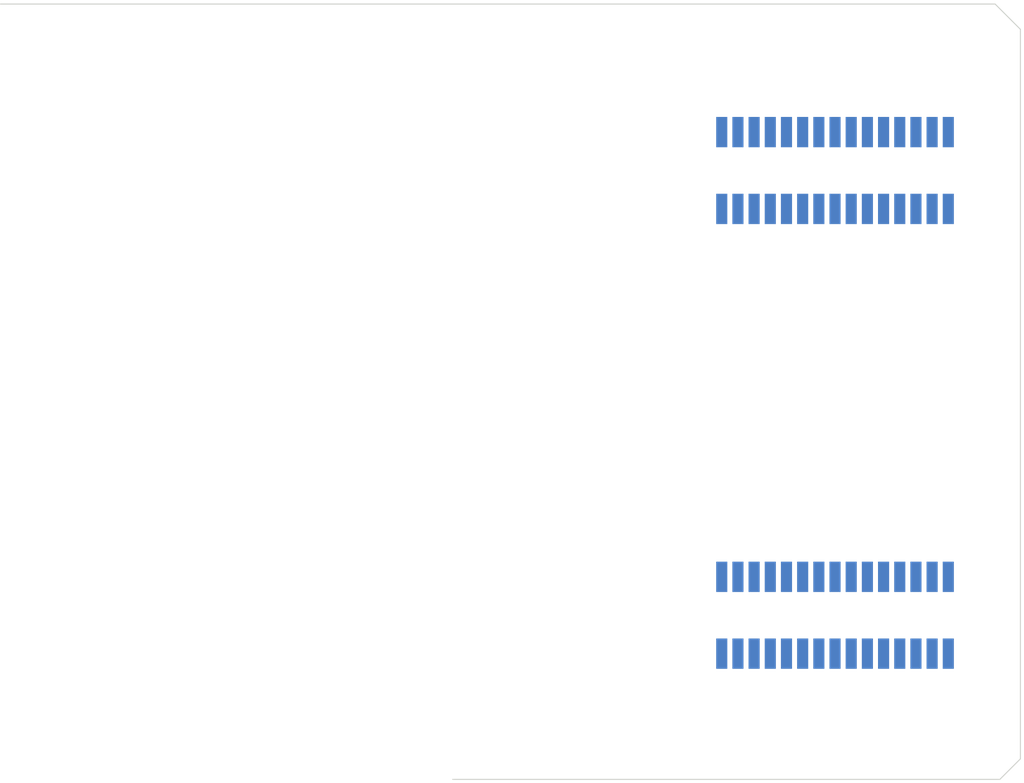
<source format=kicad_pcb>
(kicad_pcb (version 20221018) (generator pcbnew)
  (layers (0 "F.Cu" signal "Top Layer") (1 "In1.Cu" signal "Layer 1") (2 "In2.Cu" signal "Layer 4") (31 "B.Cu" signal "Bottom Layer") (34 "B.Paste" user "Bottom Paste") (35 "F.Paste" user "Top Paste") (36 "B.SilkS" user "Bottom Overlay") (37 "F.SilkS" user "Top Overlay") (38 "B.Mask" user "Bottom Solder") (39 "F.Mask" user "Top Solder") (44 "Edge.Cuts" user))
  (property "SHEETTOTAL" "1")
  (net 0 "")
  (net 1 "/PR_0_A")
  (net 2 "/M_0_A")
  (net 3 "/M_1_A")
  (net 4 "/PR_1_A")
  (net 5 "/SER_CLK_0_A")
  (net 6 "/SER_B_1_A")
  (net 7 "/SER_B_3_A")
  (net 8 "/SCLK_A")
  (net 9 "/OSC_A")
  (net 10 "/SER_B_2_A")
  (net 11 "/SER_B_0_A")
  (net 12 "/SPI_CS_DAQ_A")
  (net 13 "/SPI_CLK_DAQ_A")
  (net 14 "/SPI_DATA_DAQ_A")
  (net 24 "/SCL_Out")
  (net 25 "/SDA_Out")
  (net 27 "/Vdac")
  (net 38 "/MODE_1_A")
  (net 39 "/SER_B_7_A")
  (net 40 "/SER_B_5_A")
  (net 41 "/SER_B_4_A")
  (net 42 "/SER_B_6_A")
  (net 43 "/SER_CLK_1_A")
  (net 44 "/MODE_0_A")
  (net 45 "/SPI_CS_AS_A")
  (net 46 "/SPI_DATA_AS_A")
  (net 47 "/SPI_CLK_AS_A")
  (net 48 "GNDout")
  (net 49 "4VA")
  (footprint "Footprints:J524653071" (layer "B.Cu") (at 219.2201 104.3131 90)
    (fp_text reference "J2" hide)
    (fp_text value "MOLEX-524653071" hide)
    (pad "1" smd rect locked (at -1.9 5.6 90) (size 1.5 0.55) (layers "B.Cu" "B.Paste" "B.Mask") (net 48 "GNDout"))
    (pad "2" smd rect locked (at -1.9 4.8 90) (size 1.5 0.55) (layers "B.Cu" "B.Paste" "B.Mask") (net 27 "/Vdac"))
    (pad "3" smd rect locked (at -1.9 4 90) (size 1.5 0.55) (layers "B.Cu" "B.Paste" "B.Mask"))
    (pad "4" smd rect locked (at -1.9 3.2 90) (size 1.5 0.55) (layers "B.Cu" "B.Paste" "B.Mask"))
    (pad "5" smd rect locked (at -1.9 2.4 90) (size 1.5 0.55) (layers "B.Cu" "B.Paste" "B.Mask"))
    (pad "6" smd rect locked (at -1.9 1.6 90) (size 1.5 0.55) (layers "B.Cu" "B.Paste" "B.Mask"))
    (pad "7" smd rect locked (at -1.9 0.8 90) (size 1.5 0.55) (layers "B.Cu" "B.Paste" "B.Mask") (net 48 "GNDout"))
    (pad "8" smd rect locked (at -1.9 0 90) (size 1.5 0.55) (layers "B.Cu" "B.Paste" "B.Mask") (net 48 "GNDout"))
    (pad "9" smd rect locked (at -1.9 -0.8 90) (size 1.5 0.55) (layers "B.Cu" "B.Paste" "B.Mask"))
    (pad "10" smd rect locked (at -1.9 -1.6 90) (size 1.5 0.55) (layers "B.Cu" "B.Paste" "B.Mask"))
    (pad "11" smd rect locked (at -1.9 -2.4 90) (size 1.5 0.55) (layers "B.Cu" "B.Paste" "B.Mask"))
    (pad "12" smd rect locked (at -1.9 -3.2 90) (size 1.5 0.55) (layers "B.Cu" "B.Paste" "B.Mask"))
    (pad "13" smd rect locked (at -1.9 -4 90) (size 1.5 0.55) (layers "B.Cu" "B.Paste" "B.Mask"))
    (pad "14" smd rect locked (at -1.9 -4.8 90) (size 1.5 0.55) (layers "B.Cu" "B.Paste" "B.Mask"))
    (pad "15" smd rect locked (at -1.9 -5.6 90) (size 1.5 0.55) (layers "B.Cu" "B.Paste" "B.Mask") (net 48 "GNDout"))
    (pad "16" smd rect locked (at 1.9 -5.6 90) (size 1.5 0.55) (layers "B.Cu" "B.Paste" "B.Mask") (net 48 "GNDout"))
    (pad "17" smd rect locked (at 1.9 -4.8 90) (size 1.5 0.55) (layers "B.Cu" "B.Paste" "B.Mask") (net 38 "/MODE_1_A"))
    (pad "18" smd rect locked (at 1.9 -4 90) (size 1.5 0.55) (layers "B.Cu" "B.Paste" "B.Mask") (net 39 "/SER_B_7_A"))
    (pad "19" smd rect locked (at 1.9 -3.2 90) (size 1.5 0.55) (layers "B.Cu" "B.Paste" "B.Mask") (net 40 "/SER_B_5_A"))
    (pad "20" smd rect locked (at 1.9 -2.4 90) (size 1.5 0.55) (layers "B.Cu" "B.Paste" "B.Mask") (net 41 "/SER_B_4_A"))
    (pad "21" smd rect locked (at 1.9 -1.6 90) (size 1.5 0.55) (layers "B.Cu" "B.Paste" "B.Mask") (net 42 "/SER_B_6_A"))
    (pad "22" smd rect locked (at 1.9 -0.8 90) (size 1.5 0.55) (layers "B.Cu" "B.Paste" "B.Mask") (net 43 "/SER_CLK_1_A"))
    (pad "23" smd rect locked (at 1.9 0 90) (size 1.5 0.55) (layers "B.Cu" "B.Paste" "B.Mask") (net 48 "GNDout"))
    (pad "24" smd rect locked (at 1.9 0.8 90) (size 1.5 0.55) (layers "B.Cu" "B.Paste" "B.Mask") (net 48 "GNDout"))
    (pad "25" smd rect locked (at 1.9 1.6 90) (size 1.5 0.55) (layers "B.Cu" "B.Paste" "B.Mask") (net 44 "/MODE_0_A"))
    (pad "26" smd rect locked (at 1.9 2.4 90) (size 1.5 0.55) (layers "B.Cu" "B.Paste" "B.Mask") (net 45 "/SPI_CS_AS_A"))
    (pad "27" smd rect locked (at 1.9 3.2 90) (size 1.5 0.55) (layers "B.Cu" "B.Paste" "B.Mask") (net 48 "GNDout"))
    (pad "28" smd rect locked (at 1.9 4 90) (size 1.5 0.55) (layers "B.Cu" "B.Paste" "B.Mask") (net 46 "/SPI_DATA_AS_A"))
    (pad "29" smd rect locked (at 1.9 4.8 90) (size 1.5 0.55) (layers "B.Cu" "B.Paste" "B.Mask") (net 47 "/SPI_CLK_AS_A"))
    (pad "30" smd rect locked (at 1.9 5.6 90) (size 1.5 0.55) (layers "B.Cu" "B.Paste" "B.Mask") (net 48 "GNDout"))
  )
  (footprint "Footprints:J524653071" (layer "B.Cu") (at 219.2201 82.3131 90)
    (fp_text reference "J1" hide)
    (fp_text value "MOLEX-524653071" hide)
    (pad "1" smd rect locked (at -1.9 5.6 90) (size 1.5 0.55) (layers "B.Cu" "B.Paste" "B.Mask") (net 1 "/PR_0_A"))
    (pad "2" smd rect locked (at -1.9 4.8 90) (size 1.5 0.55) (layers "B.Cu" "B.Paste" "B.Mask") (net 2 "/M_0_A"))
    (pad "3" smd rect locked (at -1.9 4 90) (size 1.5 0.55) (layers "B.Cu" "B.Paste" "B.Mask") (net 3 "/M_1_A"))
    (pad "4" smd rect locked (at -1.9 3.2 90) (size 1.5 0.55) (layers "B.Cu" "B.Paste" "B.Mask") (net 4 "/PR_1_A"))
    (pad "5" smd rect locked (at -1.9 2.4 90) (size 1.5 0.55) (layers "B.Cu" "B.Paste" "B.Mask") (net 5 "/SER_CLK_0_A"))
    (pad "6" smd rect locked (at -1.9 1.6 90) (size 1.5 0.55) (layers "B.Cu" "B.Paste" "B.Mask") (net 6 "/SER_B_1_A"))
    (pad "7" smd rect locked (at -1.9 0.8 90) (size 1.5 0.55) (layers "B.Cu" "B.Paste" "B.Mask") (net 7 "/SER_B_3_A"))
    (pad "8" smd rect locked (at -1.9 0 90) (size 1.5 0.55) (layers "B.Cu" "B.Paste" "B.Mask") (net 8 "/SCLK_A"))
    (pad "9" smd rect locked (at -1.9 -0.8 90) (size 1.5 0.55) (layers "B.Cu" "B.Paste" "B.Mask") (net 9 "/OSC_A"))
    (pad "10" smd rect locked (at -1.9 -1.6 90) (size 1.5 0.55) (layers "B.Cu" "B.Paste" "B.Mask") (net 10 "/SER_B_2_A"))
    (pad "11" smd rect locked (at -1.9 -2.4 90) (size 1.5 0.55) (layers "B.Cu" "B.Paste" "B.Mask") (net 11 "/SER_B_0_A"))
    (pad "12" smd rect locked (at -1.9 -3.2 90) (size 1.5 0.55) (layers "B.Cu" "B.Paste" "B.Mask") (net 12 "/SPI_CS_DAQ_A"))
    (pad "13" smd rect locked (at -1.9 -4 90) (size 1.5 0.55) (layers "B.Cu" "B.Paste" "B.Mask") (net 13 "/SPI_CLK_DAQ_A"))
    (pad "14" smd rect locked (at -1.9 -4.8 90) (size 1.5 0.55) (layers "B.Cu" "B.Paste" "B.Mask") (net 14 "/SPI_DATA_DAQ_A"))
    (pad "15" smd rect locked (at -1.9 -5.6 90) (size 1.5 0.55) (layers "B.Cu" "B.Paste" "B.Mask") (net 48 "GNDout"))
    (pad "16" smd rect locked (at 1.9 -5.6 90) (size 1.5 0.55) (layers "B.Cu" "B.Paste" "B.Mask") (net 48 "GNDout"))
    (pad "17" smd rect locked (at 1.9 -4.8 90) (size 1.5 0.55) (layers "B.Cu" "B.Paste" "B.Mask") (net 49 "4VA"))
    (pad "18" smd rect locked (at 1.9 -4 90) (size 1.5 0.55) (layers "B.Cu" "B.Paste" "B.Mask") (net 49 "4VA"))
    (pad "19" smd rect locked (at 1.9 -3.2 90) (size 1.5 0.55) (layers "B.Cu" "B.Paste" "B.Mask"))
    (pad "20" smd rect locked (at 1.9 -2.4 90) (size 1.5 0.55) (layers "B.Cu" "B.Paste" "B.Mask"))
    (pad "21" smd rect locked (at 1.9 -1.6 90) (size 1.5 0.55) (layers "B.Cu" "B.Paste" "B.Mask"))
    (pad "22" smd rect locked (at 1.9 -0.8 90) (size 1.5 0.55) (layers "B.Cu" "B.Paste" "B.Mask"))
    (pad "23" smd rect locked (at 1.9 0 90) (size 1.5 0.55) (layers "B.Cu" "B.Paste" "B.Mask"))
    (pad "24" smd rect locked (at 1.9 0.8 90) (size 1.5 0.55) (layers "B.Cu" "B.Paste" "B.Mask"))
    (pad "25" smd rect locked (at 1.9 1.6 90) (size 1.5 0.55) (layers "B.Cu" "B.Paste" "B.Mask"))
    (pad "26" smd rect locked (at 1.9 2.4 90) (size 1.5 0.55) (layers "B.Cu" "B.Paste" "B.Mask"))
    (pad "27" smd rect locked (at 1.9 3.2 90) (size 1.5 0.55) (layers "B.Cu" "B.Paste" "B.Mask"))
    (pad "28" smd rect locked (at 1.9 4 90) (size 1.5 0.55) (layers "B.Cu" "B.Paste" "B.Mask") (net 24 "/SCL_Out"))
    (pad "29" smd rect locked (at 1.9 4.8 90) (size 1.5 0.55) (layers "B.Cu" "B.Paste" "B.Mask") (net 25 "/SDA_Out"))
    (pad "30" smd rect locked (at 1.9 5.6 90) (size 1.5 0.55) (layers "B.Cu" "B.Paste" "B.Mask"))
  )
  (gr_line (start 227.13379 74.0791) (end 228.3841 75.32941) (stroke (width 0.05)) (layer "Edge.Cuts"))
  (gr_line (start 228.3841 75.32941) (end 228.3841 111.4171) (stroke (width 0.05)) (layer "Edge.Cuts"))
  (gr_line (start 177.9651 74.0791) (end 227.13379 74.0791) (stroke (width 0.05)) (layer "Edge.Cuts"))
  (gr_line (start 227.3681 112.4331) (end 200.3171 112.4331) (stroke (width 0.05)) (layer "Edge.Cuts"))
  (gr_line (start 228.3841 111.4171) (end 227.3681 112.4331) (stroke (width 0.05)) (layer "Edge.Cuts"))
)
</source>
